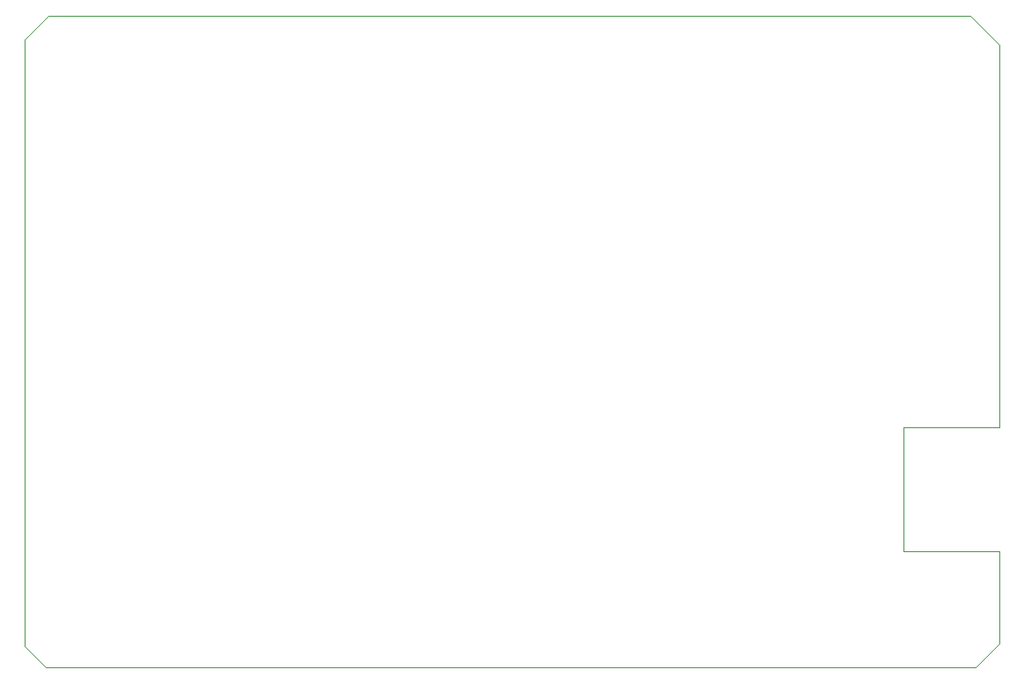
<source format=gbr>
%TF.GenerationSoftware,Altium Limited,Altium Designer,18.1.6 (161)*%
G04 Layer_Color=0*
%FSLAX44Y44*%
%MOMM*%
%TF.FileFunction,Profile,NP*%
%TF.Part,Single*%
G01*
G75*
%TA.AperFunction,Profile*%
%ADD33C,0.0254*%
D33*
X285750Y623570D02*
X285750Y1207770D01*
X308610Y1230630D01*
X1196340D01*
X1224280Y1202690D01*
X1224280Y834390D01*
X1131570D01*
Y715010D01*
X1224280D01*
Y626110D01*
X1201420Y603250D01*
X306070D01*
X285750Y623570D01*
%TF.MD5,336f22aa654aa96c83a7a140cfb6cc18*%
M02*

</source>
